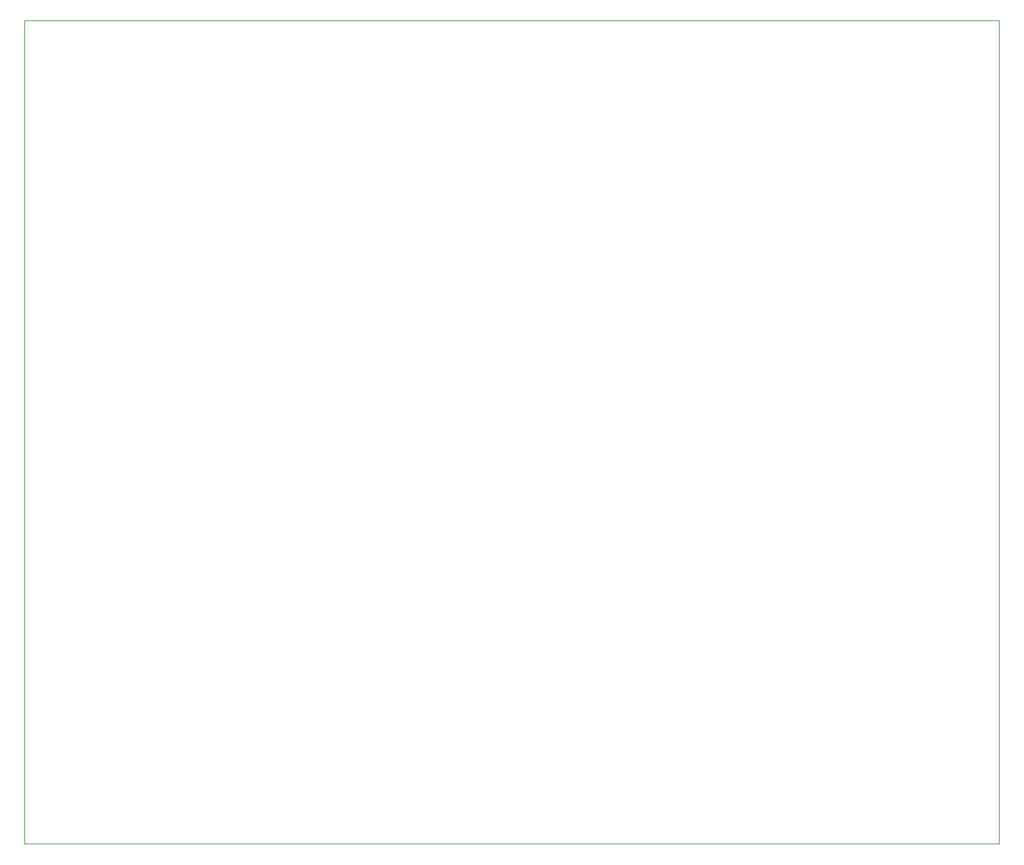
<source format=gbr>
%TF.GenerationSoftware,KiCad,Pcbnew,8.0.8*%
%TF.CreationDate,2025-05-01T12:20:28+01:00*%
%TF.ProjectId,HVPSController,48565053-436f-46e7-9472-6f6c6c65722e,rev?*%
%TF.SameCoordinates,Original*%
%TF.FileFunction,Profile,NP*%
%FSLAX46Y46*%
G04 Gerber Fmt 4.6, Leading zero omitted, Abs format (unit mm)*
G04 Created by KiCad (PCBNEW 8.0.8) date 2025-05-01 12:20:28*
%MOMM*%
%LPD*%
G01*
G04 APERTURE LIST*
%TA.AperFunction,Profile*%
%ADD10C,0.200000*%
%TD*%
G04 APERTURE END LIST*
D10*
X22500000Y-40000000D02*
X257000000Y-40000000D01*
X257000000Y-238200000D01*
X22500000Y-238200000D01*
X22500000Y-40000000D01*
M02*

</source>
